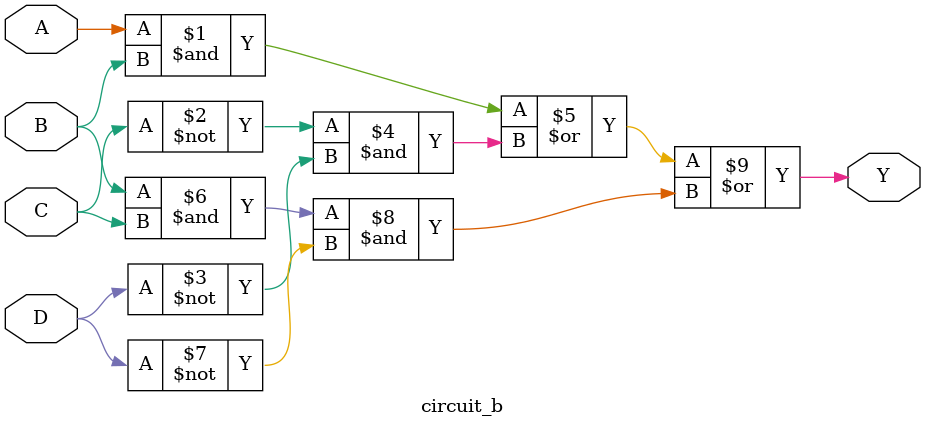
<source format=v>
module circuit_b(
    // Declare inputs
    input A, B, C, D,
    // Declare Y output
    output Y
);

    // Enter logic equation here
    assign Y = A & B | ~C & ~D | B & C & ~D;

endmodule

</source>
